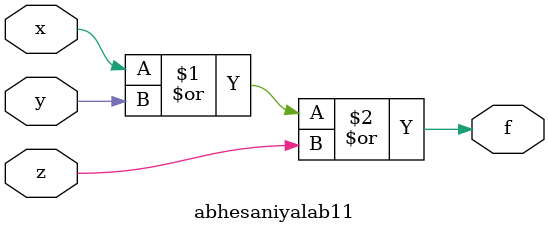
<source format=v>
module abhesaniyalab11 (x,y,z,f);
input x,y,z;
output f;
assign f = x | y | z;
endmodule

</source>
